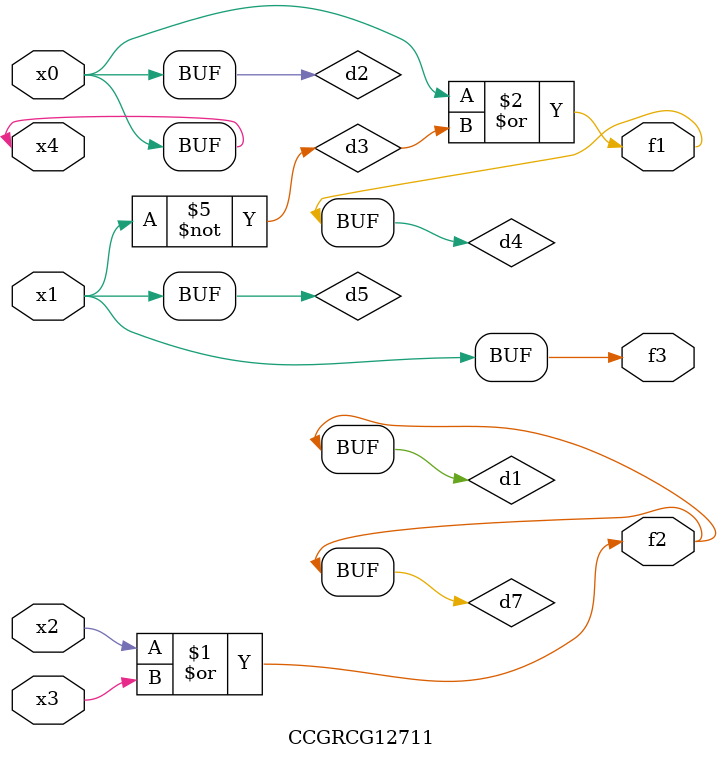
<source format=v>
module CCGRCG12711(
	input x0, x1, x2, x3, x4,
	output f1, f2, f3
);

	wire d1, d2, d3, d4, d5, d6, d7;

	or (d1, x2, x3);
	buf (d2, x0, x4);
	not (d3, x1);
	or (d4, d2, d3);
	not (d5, d3);
	nand (d6, d1, d3);
	or (d7, d1);
	assign f1 = d4;
	assign f2 = d7;
	assign f3 = d5;
endmodule

</source>
